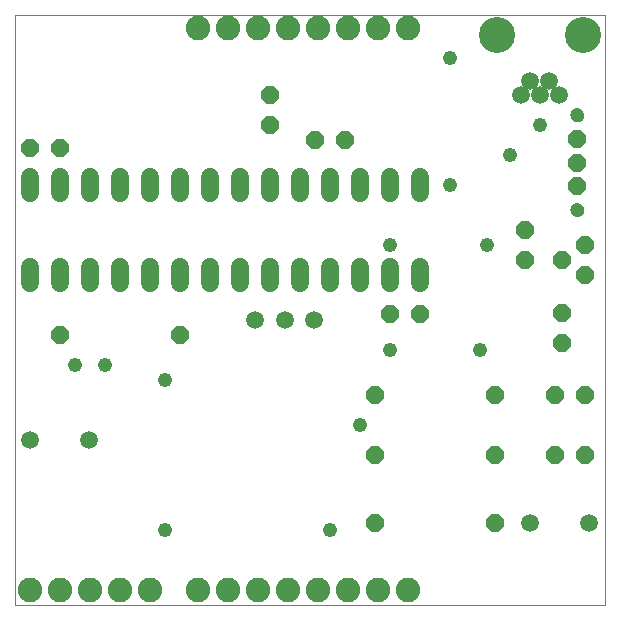
<source format=gbs>
G75*
%MOIN*%
%OFA0B0*%
%FSLAX25Y25*%
%IPPOS*%
%LPD*%
%AMOC8*
5,1,8,0,0,1.08239X$1,22.5*
%
%ADD10C,0.00000*%
%ADD11OC8,0.06000*%
%ADD12C,0.08200*%
%ADD13C,0.05950*%
%ADD14OC8,0.05950*%
%ADD15C,0.04737*%
%ADD16C,0.12020*%
%ADD17C,0.06000*%
%ADD18C,0.04762*%
D10*
X0001800Y0001800D02*
X0001800Y0198650D01*
X0198650Y0198650D01*
X0198650Y0001800D01*
X0001800Y0001800D01*
X0187331Y0133552D02*
X0187333Y0133640D01*
X0187339Y0133728D01*
X0187349Y0133816D01*
X0187363Y0133904D01*
X0187380Y0133990D01*
X0187402Y0134076D01*
X0187427Y0134160D01*
X0187457Y0134244D01*
X0187489Y0134326D01*
X0187526Y0134406D01*
X0187566Y0134485D01*
X0187610Y0134562D01*
X0187657Y0134637D01*
X0187707Y0134709D01*
X0187761Y0134780D01*
X0187817Y0134847D01*
X0187877Y0134913D01*
X0187939Y0134975D01*
X0188005Y0135035D01*
X0188072Y0135091D01*
X0188143Y0135145D01*
X0188215Y0135195D01*
X0188290Y0135242D01*
X0188367Y0135286D01*
X0188446Y0135326D01*
X0188526Y0135363D01*
X0188608Y0135395D01*
X0188692Y0135425D01*
X0188776Y0135450D01*
X0188862Y0135472D01*
X0188948Y0135489D01*
X0189036Y0135503D01*
X0189124Y0135513D01*
X0189212Y0135519D01*
X0189300Y0135521D01*
X0189388Y0135519D01*
X0189476Y0135513D01*
X0189564Y0135503D01*
X0189652Y0135489D01*
X0189738Y0135472D01*
X0189824Y0135450D01*
X0189908Y0135425D01*
X0189992Y0135395D01*
X0190074Y0135363D01*
X0190154Y0135326D01*
X0190233Y0135286D01*
X0190310Y0135242D01*
X0190385Y0135195D01*
X0190457Y0135145D01*
X0190528Y0135091D01*
X0190595Y0135035D01*
X0190661Y0134975D01*
X0190723Y0134913D01*
X0190783Y0134847D01*
X0190839Y0134780D01*
X0190893Y0134709D01*
X0190943Y0134637D01*
X0190990Y0134562D01*
X0191034Y0134485D01*
X0191074Y0134406D01*
X0191111Y0134326D01*
X0191143Y0134244D01*
X0191173Y0134160D01*
X0191198Y0134076D01*
X0191220Y0133990D01*
X0191237Y0133904D01*
X0191251Y0133816D01*
X0191261Y0133728D01*
X0191267Y0133640D01*
X0191269Y0133552D01*
X0191267Y0133464D01*
X0191261Y0133376D01*
X0191251Y0133288D01*
X0191237Y0133200D01*
X0191220Y0133114D01*
X0191198Y0133028D01*
X0191173Y0132944D01*
X0191143Y0132860D01*
X0191111Y0132778D01*
X0191074Y0132698D01*
X0191034Y0132619D01*
X0190990Y0132542D01*
X0190943Y0132467D01*
X0190893Y0132395D01*
X0190839Y0132324D01*
X0190783Y0132257D01*
X0190723Y0132191D01*
X0190661Y0132129D01*
X0190595Y0132069D01*
X0190528Y0132013D01*
X0190457Y0131959D01*
X0190385Y0131909D01*
X0190310Y0131862D01*
X0190233Y0131818D01*
X0190154Y0131778D01*
X0190074Y0131741D01*
X0189992Y0131709D01*
X0189908Y0131679D01*
X0189824Y0131654D01*
X0189738Y0131632D01*
X0189652Y0131615D01*
X0189564Y0131601D01*
X0189476Y0131591D01*
X0189388Y0131585D01*
X0189300Y0131583D01*
X0189212Y0131585D01*
X0189124Y0131591D01*
X0189036Y0131601D01*
X0188948Y0131615D01*
X0188862Y0131632D01*
X0188776Y0131654D01*
X0188692Y0131679D01*
X0188608Y0131709D01*
X0188526Y0131741D01*
X0188446Y0131778D01*
X0188367Y0131818D01*
X0188290Y0131862D01*
X0188215Y0131909D01*
X0188143Y0131959D01*
X0188072Y0132013D01*
X0188005Y0132069D01*
X0187939Y0132129D01*
X0187877Y0132191D01*
X0187817Y0132257D01*
X0187761Y0132324D01*
X0187707Y0132395D01*
X0187657Y0132467D01*
X0187610Y0132542D01*
X0187566Y0132619D01*
X0187526Y0132698D01*
X0187489Y0132778D01*
X0187457Y0132860D01*
X0187427Y0132944D01*
X0187402Y0133028D01*
X0187380Y0133114D01*
X0187363Y0133200D01*
X0187349Y0133288D01*
X0187339Y0133376D01*
X0187333Y0133464D01*
X0187331Y0133552D01*
X0187331Y0165048D02*
X0187333Y0165136D01*
X0187339Y0165224D01*
X0187349Y0165312D01*
X0187363Y0165400D01*
X0187380Y0165486D01*
X0187402Y0165572D01*
X0187427Y0165656D01*
X0187457Y0165740D01*
X0187489Y0165822D01*
X0187526Y0165902D01*
X0187566Y0165981D01*
X0187610Y0166058D01*
X0187657Y0166133D01*
X0187707Y0166205D01*
X0187761Y0166276D01*
X0187817Y0166343D01*
X0187877Y0166409D01*
X0187939Y0166471D01*
X0188005Y0166531D01*
X0188072Y0166587D01*
X0188143Y0166641D01*
X0188215Y0166691D01*
X0188290Y0166738D01*
X0188367Y0166782D01*
X0188446Y0166822D01*
X0188526Y0166859D01*
X0188608Y0166891D01*
X0188692Y0166921D01*
X0188776Y0166946D01*
X0188862Y0166968D01*
X0188948Y0166985D01*
X0189036Y0166999D01*
X0189124Y0167009D01*
X0189212Y0167015D01*
X0189300Y0167017D01*
X0189388Y0167015D01*
X0189476Y0167009D01*
X0189564Y0166999D01*
X0189652Y0166985D01*
X0189738Y0166968D01*
X0189824Y0166946D01*
X0189908Y0166921D01*
X0189992Y0166891D01*
X0190074Y0166859D01*
X0190154Y0166822D01*
X0190233Y0166782D01*
X0190310Y0166738D01*
X0190385Y0166691D01*
X0190457Y0166641D01*
X0190528Y0166587D01*
X0190595Y0166531D01*
X0190661Y0166471D01*
X0190723Y0166409D01*
X0190783Y0166343D01*
X0190839Y0166276D01*
X0190893Y0166205D01*
X0190943Y0166133D01*
X0190990Y0166058D01*
X0191034Y0165981D01*
X0191074Y0165902D01*
X0191111Y0165822D01*
X0191143Y0165740D01*
X0191173Y0165656D01*
X0191198Y0165572D01*
X0191220Y0165486D01*
X0191237Y0165400D01*
X0191251Y0165312D01*
X0191261Y0165224D01*
X0191267Y0165136D01*
X0191269Y0165048D01*
X0191267Y0164960D01*
X0191261Y0164872D01*
X0191251Y0164784D01*
X0191237Y0164696D01*
X0191220Y0164610D01*
X0191198Y0164524D01*
X0191173Y0164440D01*
X0191143Y0164356D01*
X0191111Y0164274D01*
X0191074Y0164194D01*
X0191034Y0164115D01*
X0190990Y0164038D01*
X0190943Y0163963D01*
X0190893Y0163891D01*
X0190839Y0163820D01*
X0190783Y0163753D01*
X0190723Y0163687D01*
X0190661Y0163625D01*
X0190595Y0163565D01*
X0190528Y0163509D01*
X0190457Y0163455D01*
X0190385Y0163405D01*
X0190310Y0163358D01*
X0190233Y0163314D01*
X0190154Y0163274D01*
X0190074Y0163237D01*
X0189992Y0163205D01*
X0189908Y0163175D01*
X0189824Y0163150D01*
X0189738Y0163128D01*
X0189652Y0163111D01*
X0189564Y0163097D01*
X0189476Y0163087D01*
X0189388Y0163081D01*
X0189300Y0163079D01*
X0189212Y0163081D01*
X0189124Y0163087D01*
X0189036Y0163097D01*
X0188948Y0163111D01*
X0188862Y0163128D01*
X0188776Y0163150D01*
X0188692Y0163175D01*
X0188608Y0163205D01*
X0188526Y0163237D01*
X0188446Y0163274D01*
X0188367Y0163314D01*
X0188290Y0163358D01*
X0188215Y0163405D01*
X0188143Y0163455D01*
X0188072Y0163509D01*
X0188005Y0163565D01*
X0187939Y0163625D01*
X0187877Y0163687D01*
X0187817Y0163753D01*
X0187761Y0163820D01*
X0187707Y0163891D01*
X0187657Y0163963D01*
X0187610Y0164038D01*
X0187566Y0164115D01*
X0187526Y0164194D01*
X0187489Y0164274D01*
X0187457Y0164356D01*
X0187427Y0164440D01*
X0187402Y0164524D01*
X0187380Y0164610D01*
X0187363Y0164696D01*
X0187349Y0164784D01*
X0187339Y0164872D01*
X0187333Y0164960D01*
X0187331Y0165048D01*
D11*
X0171800Y0126800D03*
X0171800Y0116800D03*
X0184300Y0116800D03*
X0191800Y0111800D03*
X0191800Y0121800D03*
X0184300Y0099300D03*
X0184300Y0089300D03*
X0181800Y0071800D03*
X0191800Y0071800D03*
X0191800Y0051800D03*
X0181800Y0051800D03*
X0161800Y0051800D03*
X0161800Y0071800D03*
X0136800Y0098800D03*
X0126800Y0098800D03*
X0121800Y0071800D03*
X0121800Y0051800D03*
X0121800Y0029300D03*
X0161800Y0029300D03*
X0056800Y0091800D03*
X0016800Y0091800D03*
X0016800Y0154300D03*
X0006800Y0154300D03*
X0086800Y0161800D03*
X0086800Y0171800D03*
X0101800Y0156800D03*
X0111800Y0156800D03*
D12*
X0112800Y0194300D03*
X0102800Y0194300D03*
X0092800Y0194300D03*
X0082800Y0194300D03*
X0072800Y0194300D03*
X0062800Y0194300D03*
X0122800Y0194300D03*
X0132800Y0194300D03*
X0132800Y0006800D03*
X0122800Y0006800D03*
X0112800Y0006800D03*
X0102800Y0006800D03*
X0092800Y0006800D03*
X0082800Y0006800D03*
X0072800Y0006800D03*
X0062800Y0006800D03*
X0046800Y0006800D03*
X0036800Y0006800D03*
X0026800Y0006800D03*
X0016800Y0006800D03*
X0006800Y0006800D03*
D13*
X0006957Y0056800D03*
X0026643Y0056800D03*
X0081957Y0096800D03*
X0091800Y0096800D03*
X0101643Y0096800D03*
X0173457Y0029300D03*
X0193143Y0029300D03*
X0183099Y0171721D03*
X0179950Y0176446D03*
X0176800Y0171721D03*
X0173650Y0176446D03*
X0170501Y0171721D03*
D14*
X0189300Y0157174D03*
X0189300Y0149300D03*
X0189300Y0141426D03*
D15*
X0189300Y0133552D03*
X0189300Y0165048D03*
D16*
X0191170Y0191800D03*
X0162430Y0191800D03*
D17*
X0136800Y0144400D02*
X0136800Y0139200D01*
X0126800Y0139200D02*
X0126800Y0144400D01*
X0116800Y0144400D02*
X0116800Y0139200D01*
X0106800Y0139200D02*
X0106800Y0144400D01*
X0096800Y0144400D02*
X0096800Y0139200D01*
X0086800Y0139200D02*
X0086800Y0144400D01*
X0076800Y0144400D02*
X0076800Y0139200D01*
X0066800Y0139200D02*
X0066800Y0144400D01*
X0056800Y0144400D02*
X0056800Y0139200D01*
X0046800Y0139200D02*
X0046800Y0144400D01*
X0036800Y0144400D02*
X0036800Y0139200D01*
X0026800Y0139200D02*
X0026800Y0144400D01*
X0016800Y0144400D02*
X0016800Y0139200D01*
X0006800Y0139200D02*
X0006800Y0144400D01*
X0006800Y0114400D02*
X0006800Y0109200D01*
X0016800Y0109200D02*
X0016800Y0114400D01*
X0026800Y0114400D02*
X0026800Y0109200D01*
X0036800Y0109200D02*
X0036800Y0114400D01*
X0046800Y0114400D02*
X0046800Y0109200D01*
X0056800Y0109200D02*
X0056800Y0114400D01*
X0066800Y0114400D02*
X0066800Y0109200D01*
X0076800Y0109200D02*
X0076800Y0114400D01*
X0086800Y0114400D02*
X0086800Y0109200D01*
X0096800Y0109200D02*
X0096800Y0114400D01*
X0106800Y0114400D02*
X0106800Y0109200D01*
X0116800Y0109200D02*
X0116800Y0114400D01*
X0126800Y0114400D02*
X0126800Y0109200D01*
X0136800Y0109200D02*
X0136800Y0114400D01*
D18*
X0126800Y0121800D03*
X0146800Y0141800D03*
X0166800Y0151800D03*
X0176800Y0161800D03*
X0146800Y0184300D03*
X0159300Y0121800D03*
X0156800Y0086800D03*
X0126800Y0086800D03*
X0116800Y0061800D03*
X0106800Y0026800D03*
X0051800Y0026800D03*
X0051800Y0076800D03*
X0031800Y0081800D03*
X0021800Y0081800D03*
M02*

</source>
